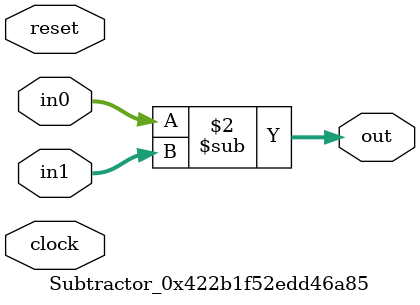
<source format=v>
module Subtractor_0x422b1f52edd46a85
(
  input  wire [   0:0] clock,
  input  wire [  15:0] in0,
  input  wire [  15:0] in1,
  output reg  [  15:0] out,
  input  wire [   0:0] reset
);
  always @ (*) begin
    out = (in0-in1);
  end
endmodule
</source>
